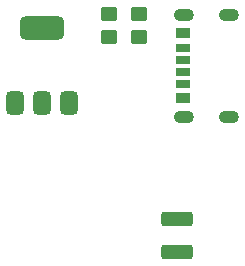
<source format=gbr>
%TF.GenerationSoftware,KiCad,Pcbnew,8.0.4*%
%TF.CreationDate,2024-08-01T02:57:42-04:00*%
%TF.ProjectId,esp32-node-board-40x65_telemetry,65737033-322d-46e6-9f64-652d626f6172,rev?*%
%TF.SameCoordinates,Original*%
%TF.FileFunction,Paste,Top*%
%TF.FilePolarity,Positive*%
%FSLAX46Y46*%
G04 Gerber Fmt 4.6, Leading zero omitted, Abs format (unit mm)*
G04 Created by KiCad (PCBNEW 8.0.4) date 2024-08-01 02:57:42*
%MOMM*%
%LPD*%
G01*
G04 APERTURE LIST*
G04 Aperture macros list*
%AMRoundRect*
0 Rectangle with rounded corners*
0 $1 Rounding radius*
0 $2 $3 $4 $5 $6 $7 $8 $9 X,Y pos of 4 corners*
0 Add a 4 corners polygon primitive as box body*
4,1,4,$2,$3,$4,$5,$6,$7,$8,$9,$2,$3,0*
0 Add four circle primitives for the rounded corners*
1,1,$1+$1,$2,$3*
1,1,$1+$1,$4,$5*
1,1,$1+$1,$6,$7*
1,1,$1+$1,$8,$9*
0 Add four rect primitives between the rounded corners*
20,1,$1+$1,$2,$3,$4,$5,0*
20,1,$1+$1,$4,$5,$6,$7,0*
20,1,$1+$1,$6,$7,$8,$9,0*
20,1,$1+$1,$8,$9,$2,$3,0*%
G04 Aperture macros list end*
%ADD10O,1.701800X1.092200*%
%ADD11R,1.193800X0.711200*%
%ADD12R,1.193800X0.762000*%
%ADD13R,1.193800X0.812800*%
%ADD14RoundRect,0.250000X-0.450000X0.350000X-0.450000X-0.350000X0.450000X-0.350000X0.450000X0.350000X0*%
%ADD15RoundRect,0.250000X-1.075000X0.375000X-1.075000X-0.375000X1.075000X-0.375000X1.075000X0.375000X0*%
%ADD16RoundRect,0.250000X0.450000X-0.350000X0.450000X0.350000X-0.450000X0.350000X-0.450000X-0.350000X0*%
%ADD17RoundRect,0.375000X0.375000X-0.625000X0.375000X0.625000X-0.375000X0.625000X-0.375000X-0.625000X0*%
%ADD18RoundRect,0.500000X1.400000X-0.500000X1.400000X0.500000X-1.400000X0.500000X-1.400000X-0.500000X0*%
G04 APERTURE END LIST*
D10*
%TO.C,J8*%
X139045600Y-100970000D03*
X139045600Y-92330000D03*
X142845599Y-100970000D03*
X142845599Y-92330000D03*
D11*
X138965599Y-97149999D03*
D12*
X138965599Y-95130000D03*
D13*
X138965599Y-93900000D03*
D11*
X138965599Y-96150001D03*
D12*
X138965716Y-98169936D03*
D13*
X138965716Y-99399936D03*
%TD*%
D14*
%TO.C,R7*%
X135200000Y-92250000D03*
X135200000Y-94250000D03*
%TD*%
D15*
%TO.C,D1*%
X138400000Y-109650000D03*
X138400000Y-112450000D03*
%TD*%
D16*
%TO.C,R1*%
X132700000Y-94250000D03*
X132700000Y-92250000D03*
%TD*%
D17*
%TO.C,U1*%
X124700000Y-99800000D03*
X127000000Y-99800000D03*
D18*
X127000000Y-93500000D03*
D17*
X129300000Y-99800000D03*
%TD*%
M02*

</source>
